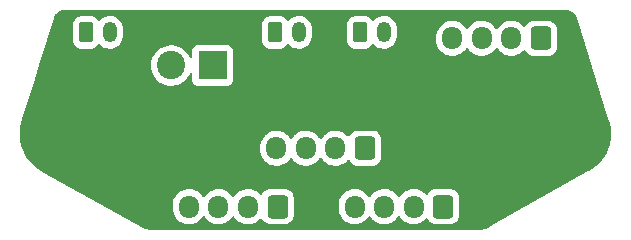
<source format=gbr>
G04 #@! TF.GenerationSoftware,KiCad,Pcbnew,(6.0.11-0)*
G04 #@! TF.CreationDate,2023-05-19T18:36:38+12:00*
G04 #@! TF.ProjectId,head-interface,68656164-2d69-46e7-9465-72666163652e,rev?*
G04 #@! TF.SameCoordinates,PX4c4b400PY3f09b20*
G04 #@! TF.FileFunction,Copper,L1,Top*
G04 #@! TF.FilePolarity,Positive*
%FSLAX46Y46*%
G04 Gerber Fmt 4.6, Leading zero omitted, Abs format (unit mm)*
G04 Created by KiCad (PCBNEW (6.0.11-0)) date 2023-05-19 18:36:38*
%MOMM*%
%LPD*%
G01*
G04 APERTURE LIST*
G04 Aperture macros list*
%AMRoundRect*
0 Rectangle with rounded corners*
0 $1 Rounding radius*
0 $2 $3 $4 $5 $6 $7 $8 $9 X,Y pos of 4 corners*
0 Add a 4 corners polygon primitive as box body*
4,1,4,$2,$3,$4,$5,$6,$7,$8,$9,$2,$3,0*
0 Add four circle primitives for the rounded corners*
1,1,$1+$1,$2,$3*
1,1,$1+$1,$4,$5*
1,1,$1+$1,$6,$7*
1,1,$1+$1,$8,$9*
0 Add four rect primitives between the rounded corners*
20,1,$1+$1,$2,$3,$4,$5,0*
20,1,$1+$1,$4,$5,$6,$7,0*
20,1,$1+$1,$6,$7,$8,$9,0*
20,1,$1+$1,$8,$9,$2,$3,0*%
G04 Aperture macros list end*
G04 #@! TA.AperFunction,ComponentPad*
%ADD10RoundRect,0.250000X0.600000X0.725000X-0.600000X0.725000X-0.600000X-0.725000X0.600000X-0.725000X0*%
G04 #@! TD*
G04 #@! TA.AperFunction,ComponentPad*
%ADD11O,1.700000X1.950000*%
G04 #@! TD*
G04 #@! TA.AperFunction,ComponentPad*
%ADD12RoundRect,0.250000X-0.350000X-0.625000X0.350000X-0.625000X0.350000X0.625000X-0.350000X0.625000X0*%
G04 #@! TD*
G04 #@! TA.AperFunction,ComponentPad*
%ADD13O,1.200000X1.750000*%
G04 #@! TD*
G04 #@! TA.AperFunction,ComponentPad*
%ADD14C,6.000000*%
G04 #@! TD*
G04 #@! TA.AperFunction,ComponentPad*
%ADD15R,2.400000X2.400000*%
G04 #@! TD*
G04 #@! TA.AperFunction,ComponentPad*
%ADD16C,2.400000*%
G04 #@! TD*
G04 #@! TA.AperFunction,ViaPad*
%ADD17C,0.800000*%
G04 #@! TD*
G04 APERTURE END LIST*
D10*
G04 #@! TO.P,J3,1,Pin_1*
G04 #@! TO.N,Net-(J3-Pad1)*
X10825000Y8950000D03*
D11*
G04 #@! TO.P,J3,2,Pin_2*
G04 #@! TO.N,Net-(J3-Pad2)*
X8325000Y8950000D03*
G04 #@! TO.P,J3,3,Pin_3*
G04 #@! TO.N,Net-(J3-Pad3)*
X5825000Y8950000D03*
G04 #@! TO.P,J3,4,Pin_4*
G04 #@! TO.N,Net-(J3-Pad4)*
X3325000Y8950000D03*
G04 #@! TD*
D10*
G04 #@! TO.P,J1,1,Pin_1*
G04 #@! TO.N,Net-(J1-Pad1)*
X-3200000Y8950000D03*
D11*
G04 #@! TO.P,J1,2,Pin_2*
G04 #@! TO.N,Net-(J1-Pad2)*
X-5700000Y8950000D03*
G04 #@! TO.P,J1,3,Pin_3*
G04 #@! TO.N,Net-(J1-Pad3)*
X-8200000Y8950000D03*
G04 #@! TO.P,J1,4,Pin_4*
G04 #@! TO.N,Net-(J1-Pad4)*
X-10700000Y8950000D03*
G04 #@! TD*
D10*
G04 #@! TO.P,J8,1,Pin_1*
G04 #@! TO.N,Net-(J3-Pad1)*
X19100000Y23200000D03*
D11*
G04 #@! TO.P,J8,2,Pin_2*
G04 #@! TO.N,Net-(J3-Pad2)*
X16600000Y23200000D03*
G04 #@! TO.P,J8,3,Pin_3*
G04 #@! TO.N,Net-(J3-Pad3)*
X14100000Y23200000D03*
G04 #@! TO.P,J8,4,Pin_4*
G04 #@! TO.N,Net-(J3-Pad4)*
X11600000Y23200000D03*
G04 #@! TD*
D12*
G04 #@! TO.P,J6,1,Pin_1*
G04 #@! TO.N,Net-(J2-Pad2)*
X3800000Y23700000D03*
D13*
G04 #@! TO.P,J6,2,Pin_2*
G04 #@! TO.N,Net-(J2-Pad1)*
X5800000Y23700000D03*
G04 #@! TD*
D14*
G04 #@! TO.P,H2,1,1*
G04 #@! TO.N,GND*
X22000000Y15100000D03*
G04 #@! TD*
D12*
G04 #@! TO.P,J7,1,Pin_1*
G04 #@! TO.N,Net-(J2-Pad4)*
X-3400000Y23700000D03*
D13*
G04 #@! TO.P,J7,2,Pin_2*
G04 #@! TO.N,Net-(J2-Pad3)*
X-1400000Y23700000D03*
G04 #@! TD*
D15*
G04 #@! TO.P,J5,1,Pin_1*
G04 #@! TO.N,Net-(J1-Pad1)*
X-8700000Y20900000D03*
D16*
G04 #@! TO.P,J5,2,Pin_2*
G04 #@! TO.N,Net-(J1-Pad2)*
X-12200000Y20900000D03*
G04 #@! TD*
D12*
G04 #@! TO.P,J4,1,Pin_1*
G04 #@! TO.N,Net-(J1-Pad4)*
X-19400000Y23700000D03*
D13*
G04 #@! TO.P,J4,2,Pin_2*
G04 #@! TO.N,Net-(J1-Pad3)*
X-17400000Y23700000D03*
G04 #@! TD*
D14*
G04 #@! TO.P,H1,1,1*
G04 #@! TO.N,GND*
X-22000000Y15100000D03*
G04 #@! TD*
D10*
G04 #@! TO.P,J2,1,Pin_1*
G04 #@! TO.N,Net-(J2-Pad1)*
X4200000Y13900000D03*
D11*
G04 #@! TO.P,J2,2,Pin_2*
G04 #@! TO.N,Net-(J2-Pad2)*
X1700000Y13900000D03*
G04 #@! TO.P,J2,3,Pin_3*
G04 #@! TO.N,Net-(J2-Pad3)*
X-800000Y13900000D03*
G04 #@! TO.P,J2,4,Pin_4*
G04 #@! TO.N,Net-(J2-Pad4)*
X-3300000Y13900000D03*
G04 #@! TD*
D17*
G04 #@! TO.N,GND*
X2650000Y11750000D03*
X21250000Y24775000D03*
X-7125000Y16425000D03*
X-14175000Y7650000D03*
X12900000Y10600000D03*
X14125000Y7650000D03*
X-14550000Y24775000D03*
X9775000Y19000000D03*
X-15400000Y19775000D03*
X-16350000Y15000000D03*
X-2525000Y11725000D03*
X-13650000Y18250000D03*
X8425000Y24775000D03*
X-50000Y16700000D03*
X7550000Y16775000D03*
X2450000Y16700000D03*
X-12775000Y10600000D03*
X-25000Y7650000D03*
X-20950000Y24775000D03*
X-6200000Y24775000D03*
X-5375000Y15425000D03*
G04 #@! TD*
G04 #@! TA.AperFunction,Conductor*
G04 #@! TO.N,GND*
G36*
X21269323Y25589929D02*
G01*
X21291869Y25586335D01*
X21300769Y25587466D01*
X21300772Y25587466D01*
X21303847Y25587857D01*
X21331740Y25588288D01*
X21446549Y25577296D01*
X21469251Y25572994D01*
X21601407Y25535114D01*
X21622933Y25526739D01*
X21745936Y25465362D01*
X21765579Y25453192D01*
X21875303Y25370379D01*
X21892388Y25354829D01*
X21985139Y25253369D01*
X21999098Y25234959D01*
X22035428Y25176610D01*
X22071755Y25118264D01*
X22082120Y25097606D01*
X22091834Y25072797D01*
X22113858Y25016550D01*
X22121709Y24996498D01*
X22125715Y24980810D01*
X22126242Y24980955D01*
X22128629Y24972299D01*
X22129765Y24963399D01*
X22133352Y24955176D01*
X22133353Y24955174D01*
X22145093Y24928264D01*
X22149919Y24915303D01*
X24804306Y16381570D01*
X24807597Y16368595D01*
X24813511Y16338692D01*
X24813514Y16338683D01*
X24815255Y16329881D01*
X24823514Y16314009D01*
X24824094Y16312894D01*
X24832731Y16291840D01*
X24927698Y15983546D01*
X24930842Y15971122D01*
X24999665Y15626250D01*
X25001531Y15613561D01*
X25034935Y15263496D01*
X25035502Y15250683D01*
X25034515Y15103483D01*
X25033143Y14899027D01*
X25032404Y14886222D01*
X24996864Y14560085D01*
X24994309Y14536642D01*
X24992273Y14523978D01*
X24918829Y14180061D01*
X24915515Y14167671D01*
X24807493Y13833014D01*
X24802941Y13821032D01*
X24756105Y13714461D01*
X24661454Y13499088D01*
X24655703Y13487624D01*
X24494347Y13203114D01*
X24482214Y13181721D01*
X24475337Y13170917D01*
X24271955Y12884671D01*
X24271654Y12884247D01*
X24263703Y12874183D01*
X24031921Y12609695D01*
X24022987Y12600492D01*
X23970670Y12551815D01*
X23765529Y12360948D01*
X23755722Y12352714D01*
X23534573Y12185457D01*
X23475236Y12140580D01*
X23464626Y12133374D01*
X23195159Y11969757D01*
X23171819Y11958684D01*
X23161609Y11955069D01*
X23132060Y11933759D01*
X23119780Y11925941D01*
X15125115Y7463802D01*
X14588695Y7164405D01*
X14573837Y7157342D01*
X14544446Y7145657D01*
X14537373Y7140135D01*
X14537370Y7140133D01*
X14532391Y7136246D01*
X14510892Y7122711D01*
X14428261Y7081679D01*
X14411493Y7074807D01*
X14299796Y7038169D01*
X14282215Y7033774D01*
X14166423Y7013539D01*
X14148396Y7011711D01*
X14063270Y7009237D01*
X14045871Y7010705D01*
X14037114Y7011188D01*
X14028309Y7012949D01*
X14019366Y7012168D01*
X14019364Y7012168D01*
X13982841Y7008978D01*
X13971878Y7008500D01*
X-13954787Y7008500D01*
X-13972537Y7009756D01*
X-13991581Y7012466D01*
X-13991583Y7012466D01*
X-14000466Y7013730D01*
X-14016892Y7011363D01*
X-14041329Y7010240D01*
X-14124628Y7014526D01*
X-14141098Y7015373D01*
X-14157237Y7017253D01*
X-14281638Y7039948D01*
X-14297403Y7043889D01*
X-14402937Y7077637D01*
X-14417851Y7082406D01*
X-14432976Y7088343D01*
X-14516904Y7127707D01*
X-14537263Y7140135D01*
X-14539734Y7141534D01*
X-14546837Y7147019D01*
X-14574689Y7157920D01*
X-14590173Y7165230D01*
X-17460208Y8767110D01*
X-12058500Y8767110D01*
X-12043920Y8595280D01*
X-12042582Y8590125D01*
X-12042581Y8590119D01*
X-11987343Y8377297D01*
X-11986001Y8372128D01*
X-11891312Y8161925D01*
X-11762559Y7970681D01*
X-11758880Y7966824D01*
X-11758878Y7966822D01*
X-11697290Y7902262D01*
X-11603424Y7803865D01*
X-11418458Y7666246D01*
X-11413707Y7663830D01*
X-11413703Y7663828D01*
X-11350519Y7631704D01*
X-11212949Y7561760D01*
X-11207855Y7560178D01*
X-11207852Y7560177D01*
X-11007980Y7498115D01*
X-10992773Y7493393D01*
X-10987484Y7492692D01*
X-10769511Y7463802D01*
X-10769506Y7463802D01*
X-10764226Y7463102D01*
X-10758897Y7463302D01*
X-10758895Y7463302D01*
X-10649034Y7467426D01*
X-10533842Y7471751D01*
X-10511198Y7476502D01*
X-10313428Y7517998D01*
X-10308209Y7519093D01*
X-10303250Y7521051D01*
X-10303248Y7521052D01*
X-10098744Y7601815D01*
X-10098742Y7601816D01*
X-10093779Y7603776D01*
X-10057657Y7625695D01*
X-9901243Y7720610D01*
X-9901244Y7720610D01*
X-9896683Y7723377D01*
X-9856866Y7757928D01*
X-9726588Y7870977D01*
X-9726586Y7870979D01*
X-9722555Y7874477D01*
X-9658952Y7952046D01*
X-9579760Y8048627D01*
X-9579756Y8048633D01*
X-9576376Y8052755D01*
X-9558448Y8084250D01*
X-9507368Y8133555D01*
X-9437738Y8147417D01*
X-9371667Y8121434D01*
X-9344427Y8092284D01*
X-9262559Y7970681D01*
X-9258880Y7966824D01*
X-9258878Y7966822D01*
X-9197290Y7902262D01*
X-9103424Y7803865D01*
X-8918458Y7666246D01*
X-8913707Y7663830D01*
X-8913703Y7663828D01*
X-8850519Y7631704D01*
X-8712949Y7561760D01*
X-8707855Y7560178D01*
X-8707852Y7560177D01*
X-8507980Y7498115D01*
X-8492773Y7493393D01*
X-8487484Y7492692D01*
X-8269511Y7463802D01*
X-8269506Y7463802D01*
X-8264226Y7463102D01*
X-8258897Y7463302D01*
X-8258895Y7463302D01*
X-8149034Y7467426D01*
X-8033842Y7471751D01*
X-8011198Y7476502D01*
X-7813428Y7517998D01*
X-7808209Y7519093D01*
X-7803250Y7521051D01*
X-7803248Y7521052D01*
X-7598744Y7601815D01*
X-7598742Y7601816D01*
X-7593779Y7603776D01*
X-7557657Y7625695D01*
X-7401243Y7720610D01*
X-7401244Y7720610D01*
X-7396683Y7723377D01*
X-7356866Y7757928D01*
X-7226588Y7870977D01*
X-7226586Y7870979D01*
X-7222555Y7874477D01*
X-7158952Y7952046D01*
X-7079760Y8048627D01*
X-7079756Y8048633D01*
X-7076376Y8052755D01*
X-7058448Y8084250D01*
X-7007368Y8133555D01*
X-6937738Y8147417D01*
X-6871667Y8121434D01*
X-6844427Y8092284D01*
X-6762559Y7970681D01*
X-6758880Y7966824D01*
X-6758878Y7966822D01*
X-6697290Y7902262D01*
X-6603424Y7803865D01*
X-6418458Y7666246D01*
X-6413707Y7663830D01*
X-6413703Y7663828D01*
X-6350519Y7631704D01*
X-6212949Y7561760D01*
X-6207855Y7560178D01*
X-6207852Y7560177D01*
X-6007980Y7498115D01*
X-5992773Y7493393D01*
X-5987484Y7492692D01*
X-5769511Y7463802D01*
X-5769506Y7463802D01*
X-5764226Y7463102D01*
X-5758897Y7463302D01*
X-5758895Y7463302D01*
X-5649034Y7467426D01*
X-5533842Y7471751D01*
X-5511198Y7476502D01*
X-5313428Y7517998D01*
X-5308209Y7519093D01*
X-5303250Y7521051D01*
X-5303248Y7521052D01*
X-5098744Y7601815D01*
X-5098742Y7601816D01*
X-5093779Y7603776D01*
X-5057657Y7625695D01*
X-4901243Y7720610D01*
X-4901244Y7720610D01*
X-4896683Y7723377D01*
X-4856866Y7757928D01*
X-4726588Y7870977D01*
X-4726586Y7870979D01*
X-4722555Y7874477D01*
X-4693330Y7910120D01*
X-4634671Y7950114D01*
X-4563701Y7952046D01*
X-4502952Y7915302D01*
X-4488752Y7896532D01*
X-4477660Y7878608D01*
X-4398478Y7750652D01*
X-4273303Y7625695D01*
X-4267073Y7621855D01*
X-4267072Y7621854D01*
X-4129910Y7537306D01*
X-4122738Y7532885D01*
X-4087062Y7521052D01*
X-3961389Y7479368D01*
X-3961387Y7479368D01*
X-3954861Y7477203D01*
X-3948025Y7476503D01*
X-3948022Y7476502D01*
X-3912337Y7472846D01*
X-3850400Y7466500D01*
X-2549600Y7466500D01*
X-2546354Y7466837D01*
X-2546350Y7466837D01*
X-2450692Y7476762D01*
X-2450688Y7476763D01*
X-2443834Y7477474D01*
X-2437298Y7479655D01*
X-2437296Y7479655D01*
X-2305194Y7523728D01*
X-2276054Y7533450D01*
X-2125652Y7626522D01*
X-2000695Y7751697D01*
X-1968538Y7803865D01*
X-1911725Y7896032D01*
X-1911724Y7896034D01*
X-1907885Y7902262D01*
X-1857969Y8052755D01*
X-1854368Y8063611D01*
X-1854368Y8063613D01*
X-1852203Y8070139D01*
X-1841500Y8174600D01*
X-1841500Y8767110D01*
X1966500Y8767110D01*
X1981080Y8595280D01*
X1982418Y8590125D01*
X1982419Y8590119D01*
X2037657Y8377297D01*
X2038999Y8372128D01*
X2133688Y8161925D01*
X2262441Y7970681D01*
X2266120Y7966824D01*
X2266122Y7966822D01*
X2327710Y7902262D01*
X2421576Y7803865D01*
X2606542Y7666246D01*
X2611293Y7663830D01*
X2611297Y7663828D01*
X2674481Y7631704D01*
X2812051Y7561760D01*
X2817145Y7560178D01*
X2817148Y7560177D01*
X3017020Y7498115D01*
X3032227Y7493393D01*
X3037516Y7492692D01*
X3255489Y7463802D01*
X3255494Y7463802D01*
X3260774Y7463102D01*
X3266103Y7463302D01*
X3266105Y7463302D01*
X3375966Y7467426D01*
X3491158Y7471751D01*
X3513802Y7476502D01*
X3711572Y7517998D01*
X3716791Y7519093D01*
X3721750Y7521051D01*
X3721752Y7521052D01*
X3926256Y7601815D01*
X3926258Y7601816D01*
X3931221Y7603776D01*
X3967343Y7625695D01*
X4123757Y7720610D01*
X4123756Y7720610D01*
X4128317Y7723377D01*
X4168134Y7757928D01*
X4298412Y7870977D01*
X4298414Y7870979D01*
X4302445Y7874477D01*
X4366048Y7952046D01*
X4445240Y8048627D01*
X4445244Y8048633D01*
X4448624Y8052755D01*
X4466552Y8084250D01*
X4517632Y8133555D01*
X4587262Y8147417D01*
X4653333Y8121434D01*
X4680573Y8092284D01*
X4762441Y7970681D01*
X4766120Y7966824D01*
X4766122Y7966822D01*
X4827710Y7902262D01*
X4921576Y7803865D01*
X5106542Y7666246D01*
X5111293Y7663830D01*
X5111297Y7663828D01*
X5174481Y7631704D01*
X5312051Y7561760D01*
X5317145Y7560178D01*
X5317148Y7560177D01*
X5517020Y7498115D01*
X5532227Y7493393D01*
X5537516Y7492692D01*
X5755489Y7463802D01*
X5755494Y7463802D01*
X5760774Y7463102D01*
X5766103Y7463302D01*
X5766105Y7463302D01*
X5875966Y7467426D01*
X5991158Y7471751D01*
X6013802Y7476502D01*
X6211572Y7517998D01*
X6216791Y7519093D01*
X6221750Y7521051D01*
X6221752Y7521052D01*
X6426256Y7601815D01*
X6426258Y7601816D01*
X6431221Y7603776D01*
X6467343Y7625695D01*
X6623757Y7720610D01*
X6623756Y7720610D01*
X6628317Y7723377D01*
X6668134Y7757928D01*
X6798412Y7870977D01*
X6798414Y7870979D01*
X6802445Y7874477D01*
X6866048Y7952046D01*
X6945240Y8048627D01*
X6945244Y8048633D01*
X6948624Y8052755D01*
X6966552Y8084250D01*
X7017632Y8133555D01*
X7087262Y8147417D01*
X7153333Y8121434D01*
X7180573Y8092284D01*
X7262441Y7970681D01*
X7266120Y7966824D01*
X7266122Y7966822D01*
X7327710Y7902262D01*
X7421576Y7803865D01*
X7606542Y7666246D01*
X7611293Y7663830D01*
X7611297Y7663828D01*
X7674481Y7631704D01*
X7812051Y7561760D01*
X7817145Y7560178D01*
X7817148Y7560177D01*
X8017020Y7498115D01*
X8032227Y7493393D01*
X8037516Y7492692D01*
X8255489Y7463802D01*
X8255494Y7463802D01*
X8260774Y7463102D01*
X8266103Y7463302D01*
X8266105Y7463302D01*
X8375966Y7467426D01*
X8491158Y7471751D01*
X8513802Y7476502D01*
X8711572Y7517998D01*
X8716791Y7519093D01*
X8721750Y7521051D01*
X8721752Y7521052D01*
X8926256Y7601815D01*
X8926258Y7601816D01*
X8931221Y7603776D01*
X8967343Y7625695D01*
X9123757Y7720610D01*
X9123756Y7720610D01*
X9128317Y7723377D01*
X9168134Y7757928D01*
X9298412Y7870977D01*
X9298414Y7870979D01*
X9302445Y7874477D01*
X9331670Y7910120D01*
X9390329Y7950114D01*
X9461299Y7952046D01*
X9522048Y7915302D01*
X9536248Y7896532D01*
X9547340Y7878608D01*
X9626522Y7750652D01*
X9751697Y7625695D01*
X9757927Y7621855D01*
X9757928Y7621854D01*
X9895090Y7537306D01*
X9902262Y7532885D01*
X9937938Y7521052D01*
X10063611Y7479368D01*
X10063613Y7479368D01*
X10070139Y7477203D01*
X10076975Y7476503D01*
X10076978Y7476502D01*
X10112663Y7472846D01*
X10174600Y7466500D01*
X11475400Y7466500D01*
X11478646Y7466837D01*
X11478650Y7466837D01*
X11574308Y7476762D01*
X11574312Y7476763D01*
X11581166Y7477474D01*
X11587702Y7479655D01*
X11587704Y7479655D01*
X11719806Y7523728D01*
X11748946Y7533450D01*
X11899348Y7626522D01*
X12024305Y7751697D01*
X12056462Y7803865D01*
X12113275Y7896032D01*
X12113276Y7896034D01*
X12117115Y7902262D01*
X12167031Y8052755D01*
X12170632Y8063611D01*
X12170632Y8063613D01*
X12172797Y8070139D01*
X12183500Y8174600D01*
X12183500Y9725400D01*
X12180680Y9752583D01*
X12173238Y9824308D01*
X12173237Y9824312D01*
X12172526Y9831166D01*
X12168710Y9842606D01*
X12118868Y9991998D01*
X12116550Y9998946D01*
X12023478Y10149348D01*
X11898303Y10274305D01*
X11892072Y10278146D01*
X11753968Y10363275D01*
X11753966Y10363276D01*
X11747738Y10367115D01*
X11667995Y10393564D01*
X11586389Y10420632D01*
X11586387Y10420632D01*
X11579861Y10422797D01*
X11573025Y10423497D01*
X11573022Y10423498D01*
X11529969Y10427909D01*
X11475400Y10433500D01*
X10174600Y10433500D01*
X10171354Y10433163D01*
X10171350Y10433163D01*
X10075692Y10423238D01*
X10075688Y10423237D01*
X10068834Y10422526D01*
X10062298Y10420345D01*
X10062296Y10420345D01*
X10023220Y10407308D01*
X9901054Y10366550D01*
X9750652Y10273478D01*
X9625695Y10148303D01*
X9552170Y10029023D01*
X9535920Y10002661D01*
X9483148Y9955168D01*
X9413076Y9943744D01*
X9347952Y9972018D01*
X9337490Y9981805D01*
X9232103Y10092278D01*
X9228424Y10096135D01*
X9043458Y10233754D01*
X9038707Y10236170D01*
X9038703Y10236172D01*
X8916731Y10298185D01*
X8837949Y10338240D01*
X8832855Y10339822D01*
X8832852Y10339823D01*
X8622871Y10405024D01*
X8617773Y10406607D01*
X8612484Y10407308D01*
X8394511Y10436198D01*
X8394506Y10436198D01*
X8389226Y10436898D01*
X8383897Y10436698D01*
X8383895Y10436698D01*
X8274034Y10432573D01*
X8158842Y10428249D01*
X8153623Y10427154D01*
X8131566Y10422526D01*
X7933209Y10380907D01*
X7928250Y10378949D01*
X7928248Y10378948D01*
X7723744Y10298185D01*
X7723742Y10298184D01*
X7718779Y10296224D01*
X7714220Y10293457D01*
X7714217Y10293456D01*
X7615832Y10233754D01*
X7521683Y10176623D01*
X7517653Y10173126D01*
X7424484Y10092278D01*
X7347555Y10025523D01*
X7328809Y10002661D01*
X7204760Y9851373D01*
X7204756Y9851367D01*
X7201376Y9847245D01*
X7183448Y9815750D01*
X7132368Y9766445D01*
X7062738Y9752583D01*
X6996667Y9778566D01*
X6969427Y9807716D01*
X6890539Y9924892D01*
X6887559Y9929319D01*
X6728424Y10096135D01*
X6543458Y10233754D01*
X6538707Y10236170D01*
X6538703Y10236172D01*
X6416731Y10298185D01*
X6337949Y10338240D01*
X6332855Y10339822D01*
X6332852Y10339823D01*
X6122871Y10405024D01*
X6117773Y10406607D01*
X6112484Y10407308D01*
X5894511Y10436198D01*
X5894506Y10436198D01*
X5889226Y10436898D01*
X5883897Y10436698D01*
X5883895Y10436698D01*
X5774034Y10432573D01*
X5658842Y10428249D01*
X5653623Y10427154D01*
X5631566Y10422526D01*
X5433209Y10380907D01*
X5428250Y10378949D01*
X5428248Y10378948D01*
X5223744Y10298185D01*
X5223742Y10298184D01*
X5218779Y10296224D01*
X5214220Y10293457D01*
X5214217Y10293456D01*
X5115832Y10233754D01*
X5021683Y10176623D01*
X5017653Y10173126D01*
X4924484Y10092278D01*
X4847555Y10025523D01*
X4828809Y10002661D01*
X4704760Y9851373D01*
X4704756Y9851367D01*
X4701376Y9847245D01*
X4683448Y9815750D01*
X4632368Y9766445D01*
X4562738Y9752583D01*
X4496667Y9778566D01*
X4469427Y9807716D01*
X4390539Y9924892D01*
X4387559Y9929319D01*
X4228424Y10096135D01*
X4043458Y10233754D01*
X4038707Y10236170D01*
X4038703Y10236172D01*
X3916731Y10298185D01*
X3837949Y10338240D01*
X3832855Y10339822D01*
X3832852Y10339823D01*
X3622871Y10405024D01*
X3617773Y10406607D01*
X3612484Y10407308D01*
X3394511Y10436198D01*
X3394506Y10436198D01*
X3389226Y10436898D01*
X3383897Y10436698D01*
X3383895Y10436698D01*
X3274034Y10432573D01*
X3158842Y10428249D01*
X3153623Y10427154D01*
X3131566Y10422526D01*
X2933209Y10380907D01*
X2928250Y10378949D01*
X2928248Y10378948D01*
X2723744Y10298185D01*
X2723742Y10298184D01*
X2718779Y10296224D01*
X2714220Y10293457D01*
X2714217Y10293456D01*
X2615832Y10233754D01*
X2521683Y10176623D01*
X2517653Y10173126D01*
X2424484Y10092278D01*
X2347555Y10025523D01*
X2328809Y10002661D01*
X2204760Y9851373D01*
X2204756Y9851367D01*
X2201376Y9847245D01*
X2198738Y9842610D01*
X2198735Y9842606D01*
X2155382Y9766445D01*
X2087325Y9646886D01*
X2008663Y9430175D01*
X2007714Y9424926D01*
X2007713Y9424923D01*
X1968377Y9207392D01*
X1968376Y9207385D01*
X1967639Y9203308D01*
X1966500Y9179156D01*
X1966500Y8767110D01*
X-1841500Y8767110D01*
X-1841500Y9725400D01*
X-1844320Y9752583D01*
X-1851762Y9824308D01*
X-1851763Y9824312D01*
X-1852474Y9831166D01*
X-1856290Y9842606D01*
X-1906132Y9991998D01*
X-1908450Y9998946D01*
X-2001522Y10149348D01*
X-2126697Y10274305D01*
X-2132928Y10278146D01*
X-2271032Y10363275D01*
X-2271034Y10363276D01*
X-2277262Y10367115D01*
X-2357005Y10393564D01*
X-2438611Y10420632D01*
X-2438613Y10420632D01*
X-2445139Y10422797D01*
X-2451975Y10423497D01*
X-2451978Y10423498D01*
X-2495031Y10427909D01*
X-2549600Y10433500D01*
X-3850400Y10433500D01*
X-3853646Y10433163D01*
X-3853650Y10433163D01*
X-3949308Y10423238D01*
X-3949312Y10423237D01*
X-3956166Y10422526D01*
X-3962702Y10420345D01*
X-3962704Y10420345D01*
X-4001780Y10407308D01*
X-4123946Y10366550D01*
X-4274348Y10273478D01*
X-4399305Y10148303D01*
X-4472830Y10029023D01*
X-4489080Y10002661D01*
X-4541852Y9955168D01*
X-4611924Y9943744D01*
X-4677048Y9972018D01*
X-4687510Y9981805D01*
X-4792897Y10092278D01*
X-4796576Y10096135D01*
X-4981542Y10233754D01*
X-4986293Y10236170D01*
X-4986297Y10236172D01*
X-5108269Y10298185D01*
X-5187051Y10338240D01*
X-5192145Y10339822D01*
X-5192148Y10339823D01*
X-5402129Y10405024D01*
X-5407227Y10406607D01*
X-5412516Y10407308D01*
X-5630489Y10436198D01*
X-5630494Y10436198D01*
X-5635774Y10436898D01*
X-5641103Y10436698D01*
X-5641105Y10436698D01*
X-5750966Y10432573D01*
X-5866158Y10428249D01*
X-5871377Y10427154D01*
X-5893434Y10422526D01*
X-6091791Y10380907D01*
X-6096750Y10378949D01*
X-6096752Y10378948D01*
X-6301256Y10298185D01*
X-6301258Y10298184D01*
X-6306221Y10296224D01*
X-6310780Y10293457D01*
X-6310783Y10293456D01*
X-6409168Y10233754D01*
X-6503317Y10176623D01*
X-6507347Y10173126D01*
X-6600516Y10092278D01*
X-6677445Y10025523D01*
X-6696191Y10002661D01*
X-6820240Y9851373D01*
X-6820244Y9851367D01*
X-6823624Y9847245D01*
X-6841552Y9815750D01*
X-6892632Y9766445D01*
X-6962262Y9752583D01*
X-7028333Y9778566D01*
X-7055573Y9807716D01*
X-7134461Y9924892D01*
X-7137441Y9929319D01*
X-7296576Y10096135D01*
X-7481542Y10233754D01*
X-7486293Y10236170D01*
X-7486297Y10236172D01*
X-7608269Y10298185D01*
X-7687051Y10338240D01*
X-7692145Y10339822D01*
X-7692148Y10339823D01*
X-7902129Y10405024D01*
X-7907227Y10406607D01*
X-7912516Y10407308D01*
X-8130489Y10436198D01*
X-8130494Y10436198D01*
X-8135774Y10436898D01*
X-8141103Y10436698D01*
X-8141105Y10436698D01*
X-8250966Y10432573D01*
X-8366158Y10428249D01*
X-8371377Y10427154D01*
X-8393434Y10422526D01*
X-8591791Y10380907D01*
X-8596750Y10378949D01*
X-8596752Y10378948D01*
X-8801256Y10298185D01*
X-8801258Y10298184D01*
X-8806221Y10296224D01*
X-8810780Y10293457D01*
X-8810783Y10293456D01*
X-8909168Y10233754D01*
X-9003317Y10176623D01*
X-9007347Y10173126D01*
X-9100516Y10092278D01*
X-9177445Y10025523D01*
X-9196191Y10002661D01*
X-9320240Y9851373D01*
X-9320244Y9851367D01*
X-9323624Y9847245D01*
X-9341552Y9815750D01*
X-9392632Y9766445D01*
X-9462262Y9752583D01*
X-9528333Y9778566D01*
X-9555573Y9807716D01*
X-9634461Y9924892D01*
X-9637441Y9929319D01*
X-9796576Y10096135D01*
X-9981542Y10233754D01*
X-9986293Y10236170D01*
X-9986297Y10236172D01*
X-10108269Y10298185D01*
X-10187051Y10338240D01*
X-10192145Y10339822D01*
X-10192148Y10339823D01*
X-10402129Y10405024D01*
X-10407227Y10406607D01*
X-10412516Y10407308D01*
X-10630489Y10436198D01*
X-10630494Y10436198D01*
X-10635774Y10436898D01*
X-10641103Y10436698D01*
X-10641105Y10436698D01*
X-10750966Y10432573D01*
X-10866158Y10428249D01*
X-10871377Y10427154D01*
X-10893434Y10422526D01*
X-11091791Y10380907D01*
X-11096750Y10378949D01*
X-11096752Y10378948D01*
X-11301256Y10298185D01*
X-11301258Y10298184D01*
X-11306221Y10296224D01*
X-11310780Y10293457D01*
X-11310783Y10293456D01*
X-11409168Y10233754D01*
X-11503317Y10176623D01*
X-11507347Y10173126D01*
X-11600516Y10092278D01*
X-11677445Y10025523D01*
X-11696191Y10002661D01*
X-11820240Y9851373D01*
X-11820244Y9851367D01*
X-11823624Y9847245D01*
X-11826262Y9842610D01*
X-11826265Y9842606D01*
X-11869618Y9766445D01*
X-11937675Y9646886D01*
X-12016337Y9430175D01*
X-12017286Y9424926D01*
X-12017287Y9424923D01*
X-12056623Y9207392D01*
X-12056624Y9207385D01*
X-12057361Y9203308D01*
X-12058500Y9179156D01*
X-12058500Y8767110D01*
X-17460208Y8767110D01*
X-23109821Y11920382D01*
X-23125747Y11930929D01*
X-23129396Y11933766D01*
X-23145376Y11946189D01*
X-23163342Y11953289D01*
X-23183575Y11963475D01*
X-23457247Y12133701D01*
X-23467611Y12140891D01*
X-23746060Y12355497D01*
X-23755656Y12363691D01*
X-24011233Y12605061D01*
X-24019961Y12614173D01*
X-24199084Y12820977D01*
X-24250118Y12879898D01*
X-24257888Y12889833D01*
X-24266489Y12902046D01*
X-24460314Y13177247D01*
X-24467054Y13187914D01*
X-24622754Y13464046D01*
X-24639720Y13494135D01*
X-24645356Y13505416D01*
X-24660572Y13540119D01*
X-24738180Y13717110D01*
X-4658500Y13717110D01*
X-4643920Y13545280D01*
X-4642582Y13540125D01*
X-4642581Y13540119D01*
X-4624465Y13470323D01*
X-4586001Y13322128D01*
X-4491312Y13111925D01*
X-4362559Y12920681D01*
X-4358880Y12916824D01*
X-4358878Y12916822D01*
X-4297290Y12852262D01*
X-4203424Y12753865D01*
X-4018458Y12616246D01*
X-4013707Y12613830D01*
X-4013703Y12613828D01*
X-3950519Y12581704D01*
X-3812949Y12511760D01*
X-3807855Y12510178D01*
X-3807852Y12510177D01*
X-3607980Y12448115D01*
X-3592773Y12443393D01*
X-3587484Y12442692D01*
X-3369511Y12413802D01*
X-3369506Y12413802D01*
X-3364226Y12413102D01*
X-3358897Y12413302D01*
X-3358895Y12413302D01*
X-3249034Y12417426D01*
X-3133842Y12421751D01*
X-3111198Y12426502D01*
X-2913428Y12467998D01*
X-2908209Y12469093D01*
X-2903250Y12471051D01*
X-2903248Y12471052D01*
X-2698744Y12551815D01*
X-2698742Y12551816D01*
X-2693779Y12553776D01*
X-2657657Y12575695D01*
X-2501243Y12670610D01*
X-2501244Y12670610D01*
X-2496683Y12673377D01*
X-2424289Y12736197D01*
X-2326588Y12820977D01*
X-2326586Y12820979D01*
X-2322555Y12824477D01*
X-2258952Y12902046D01*
X-2179760Y12998627D01*
X-2179756Y12998633D01*
X-2176376Y13002755D01*
X-2158448Y13034250D01*
X-2107368Y13083555D01*
X-2037738Y13097417D01*
X-1971667Y13071434D01*
X-1944427Y13042284D01*
X-1862559Y12920681D01*
X-1858880Y12916824D01*
X-1858878Y12916822D01*
X-1797290Y12852262D01*
X-1703424Y12753865D01*
X-1518458Y12616246D01*
X-1513707Y12613830D01*
X-1513703Y12613828D01*
X-1450519Y12581704D01*
X-1312949Y12511760D01*
X-1307855Y12510178D01*
X-1307852Y12510177D01*
X-1107980Y12448115D01*
X-1092773Y12443393D01*
X-1087484Y12442692D01*
X-869511Y12413802D01*
X-869506Y12413802D01*
X-864226Y12413102D01*
X-858897Y12413302D01*
X-858895Y12413302D01*
X-749034Y12417426D01*
X-633842Y12421751D01*
X-611198Y12426502D01*
X-413428Y12467998D01*
X-408209Y12469093D01*
X-403250Y12471051D01*
X-403248Y12471052D01*
X-198744Y12551815D01*
X-198742Y12551816D01*
X-193779Y12553776D01*
X-157657Y12575695D01*
X-1243Y12670610D01*
X-1244Y12670610D01*
X3317Y12673377D01*
X75711Y12736197D01*
X173412Y12820977D01*
X173414Y12820979D01*
X177445Y12824477D01*
X241048Y12902046D01*
X320240Y12998627D01*
X320244Y12998633D01*
X323624Y13002755D01*
X341552Y13034250D01*
X392632Y13083555D01*
X462262Y13097417D01*
X528333Y13071434D01*
X555573Y13042284D01*
X637441Y12920681D01*
X641120Y12916824D01*
X641122Y12916822D01*
X702710Y12852262D01*
X796576Y12753865D01*
X981542Y12616246D01*
X986293Y12613830D01*
X986297Y12613828D01*
X1049481Y12581704D01*
X1187051Y12511760D01*
X1192145Y12510178D01*
X1192148Y12510177D01*
X1392020Y12448115D01*
X1407227Y12443393D01*
X1412516Y12442692D01*
X1630489Y12413802D01*
X1630494Y12413802D01*
X1635774Y12413102D01*
X1641103Y12413302D01*
X1641105Y12413302D01*
X1750966Y12417426D01*
X1866158Y12421751D01*
X1888802Y12426502D01*
X2086572Y12467998D01*
X2091791Y12469093D01*
X2096750Y12471051D01*
X2096752Y12471052D01*
X2301256Y12551815D01*
X2301258Y12551816D01*
X2306221Y12553776D01*
X2342343Y12575695D01*
X2498757Y12670610D01*
X2498756Y12670610D01*
X2503317Y12673377D01*
X2575711Y12736197D01*
X2673412Y12820977D01*
X2673414Y12820979D01*
X2677445Y12824477D01*
X2706670Y12860120D01*
X2765329Y12900114D01*
X2836299Y12902046D01*
X2897048Y12865302D01*
X2911248Y12846532D01*
X2922340Y12828608D01*
X3001522Y12700652D01*
X3126697Y12575695D01*
X3132927Y12571855D01*
X3132928Y12571854D01*
X3270090Y12487306D01*
X3277262Y12482885D01*
X3312938Y12471052D01*
X3438611Y12429368D01*
X3438613Y12429368D01*
X3445139Y12427203D01*
X3451975Y12426503D01*
X3451978Y12426502D01*
X3487663Y12422846D01*
X3549600Y12416500D01*
X4850400Y12416500D01*
X4853646Y12416837D01*
X4853650Y12416837D01*
X4949308Y12426762D01*
X4949312Y12426763D01*
X4956166Y12427474D01*
X4962702Y12429655D01*
X4962704Y12429655D01*
X5094806Y12473728D01*
X5123946Y12483450D01*
X5274348Y12576522D01*
X5399305Y12701697D01*
X5431462Y12753865D01*
X5488275Y12846032D01*
X5488276Y12846034D01*
X5492115Y12852262D01*
X5542031Y13002755D01*
X5545632Y13013611D01*
X5545632Y13013613D01*
X5547797Y13020139D01*
X5558500Y13124600D01*
X5558500Y14675400D01*
X5555680Y14702583D01*
X5548238Y14774308D01*
X5548237Y14774312D01*
X5547526Y14781166D01*
X5543710Y14792606D01*
X5493868Y14941998D01*
X5491550Y14948946D01*
X5398478Y15099348D01*
X5273303Y15224305D01*
X5267072Y15228146D01*
X5128968Y15313275D01*
X5128966Y15313276D01*
X5122738Y15317115D01*
X5042995Y15343564D01*
X4961389Y15370632D01*
X4961387Y15370632D01*
X4954861Y15372797D01*
X4948025Y15373497D01*
X4948022Y15373498D01*
X4904969Y15377909D01*
X4850400Y15383500D01*
X3549600Y15383500D01*
X3546354Y15383163D01*
X3546350Y15383163D01*
X3450692Y15373238D01*
X3450688Y15373237D01*
X3443834Y15372526D01*
X3437298Y15370345D01*
X3437296Y15370345D01*
X3398220Y15357308D01*
X3276054Y15316550D01*
X3125652Y15223478D01*
X3000695Y15098303D01*
X2927170Y14979023D01*
X2910920Y14952661D01*
X2858148Y14905168D01*
X2788076Y14893744D01*
X2722952Y14922018D01*
X2712490Y14931805D01*
X2607103Y15042278D01*
X2603424Y15046135D01*
X2418458Y15183754D01*
X2413707Y15186170D01*
X2413703Y15186172D01*
X2274191Y15257103D01*
X2212949Y15288240D01*
X2207855Y15289822D01*
X2207852Y15289823D01*
X1997871Y15355024D01*
X1992773Y15356607D01*
X1987484Y15357308D01*
X1769511Y15386198D01*
X1769506Y15386198D01*
X1764226Y15386898D01*
X1758897Y15386698D01*
X1758895Y15386698D01*
X1649034Y15382574D01*
X1533842Y15378249D01*
X1528623Y15377154D01*
X1506566Y15372526D01*
X1308209Y15330907D01*
X1303250Y15328949D01*
X1303248Y15328948D01*
X1098744Y15248185D01*
X1098742Y15248184D01*
X1093779Y15246224D01*
X1089220Y15243457D01*
X1089217Y15243456D01*
X990832Y15183754D01*
X896683Y15126623D01*
X892653Y15123126D01*
X799484Y15042278D01*
X722555Y14975523D01*
X703809Y14952661D01*
X579760Y14801373D01*
X579756Y14801367D01*
X576376Y14797245D01*
X558448Y14765750D01*
X507368Y14716445D01*
X437738Y14702583D01*
X371667Y14728566D01*
X344427Y14757716D01*
X265539Y14874892D01*
X262559Y14879319D01*
X243759Y14899027D01*
X107103Y15042278D01*
X103424Y15046135D01*
X-81542Y15183754D01*
X-86293Y15186170D01*
X-86297Y15186172D01*
X-225809Y15257103D01*
X-287051Y15288240D01*
X-292145Y15289822D01*
X-292148Y15289823D01*
X-502129Y15355024D01*
X-507227Y15356607D01*
X-512516Y15357308D01*
X-730489Y15386198D01*
X-730494Y15386198D01*
X-735774Y15386898D01*
X-741103Y15386698D01*
X-741105Y15386698D01*
X-850966Y15382574D01*
X-966158Y15378249D01*
X-971377Y15377154D01*
X-993434Y15372526D01*
X-1191791Y15330907D01*
X-1196750Y15328949D01*
X-1196752Y15328948D01*
X-1401256Y15248185D01*
X-1401258Y15248184D01*
X-1406221Y15246224D01*
X-1410780Y15243457D01*
X-1410783Y15243456D01*
X-1509168Y15183754D01*
X-1603317Y15126623D01*
X-1607347Y15123126D01*
X-1700516Y15042278D01*
X-1777445Y14975523D01*
X-1796191Y14952661D01*
X-1920240Y14801373D01*
X-1920244Y14801367D01*
X-1923624Y14797245D01*
X-1941552Y14765750D01*
X-1992632Y14716445D01*
X-2062262Y14702583D01*
X-2128333Y14728566D01*
X-2155573Y14757716D01*
X-2234461Y14874892D01*
X-2237441Y14879319D01*
X-2256241Y14899027D01*
X-2392897Y15042278D01*
X-2396576Y15046135D01*
X-2581542Y15183754D01*
X-2586293Y15186170D01*
X-2586297Y15186172D01*
X-2725809Y15257103D01*
X-2787051Y15288240D01*
X-2792145Y15289822D01*
X-2792148Y15289823D01*
X-3002129Y15355024D01*
X-3007227Y15356607D01*
X-3012516Y15357308D01*
X-3230489Y15386198D01*
X-3230494Y15386198D01*
X-3235774Y15386898D01*
X-3241103Y15386698D01*
X-3241105Y15386698D01*
X-3350966Y15382574D01*
X-3466158Y15378249D01*
X-3471377Y15377154D01*
X-3493434Y15372526D01*
X-3691791Y15330907D01*
X-3696750Y15328949D01*
X-3696752Y15328948D01*
X-3901256Y15248185D01*
X-3901258Y15248184D01*
X-3906221Y15246224D01*
X-3910780Y15243457D01*
X-3910783Y15243456D01*
X-4009168Y15183754D01*
X-4103317Y15126623D01*
X-4107347Y15123126D01*
X-4200516Y15042278D01*
X-4277445Y14975523D01*
X-4296191Y14952661D01*
X-4420240Y14801373D01*
X-4420244Y14801367D01*
X-4423624Y14797245D01*
X-4426262Y14792610D01*
X-4426265Y14792606D01*
X-4469618Y14716445D01*
X-4537675Y14596886D01*
X-4616337Y14380175D01*
X-4617286Y14374926D01*
X-4617287Y14374923D01*
X-4656623Y14157392D01*
X-4656624Y14157385D01*
X-4657361Y14153308D01*
X-4658500Y14129156D01*
X-4658500Y13717110D01*
X-24738180Y13717110D01*
X-24786528Y13827371D01*
X-24791009Y13839162D01*
X-24795612Y13853384D01*
X-24899271Y14173619D01*
X-24902551Y14185802D01*
X-24976817Y14529405D01*
X-24978862Y14541856D01*
X-25018391Y14891170D01*
X-25019180Y14903764D01*
X-25019197Y14905168D01*
X-25023110Y15218296D01*
X-25023572Y15255272D01*
X-25023098Y15267881D01*
X-24992311Y15618074D01*
X-24990578Y15630572D01*
X-24924919Y15975930D01*
X-24921944Y15988193D01*
X-24832454Y16290215D01*
X-24822664Y16314009D01*
X-24821728Y16315752D01*
X-24821726Y16315757D01*
X-24817482Y16323664D01*
X-24808473Y16366325D01*
X-24805506Y16377714D01*
X-23748487Y19775980D01*
X-23384914Y20944849D01*
X-13912704Y20944849D01*
X-13900520Y20691202D01*
X-13850979Y20442143D01*
X-13849400Y20437745D01*
X-13849398Y20437738D01*
X-13766752Y20207551D01*
X-13765169Y20203142D01*
X-13644975Y19979449D01*
X-13642180Y19975706D01*
X-13642178Y19975703D01*
X-13495829Y19779718D01*
X-13495824Y19779712D01*
X-13493037Y19775980D01*
X-13489728Y19772700D01*
X-13489723Y19772694D01*
X-13316010Y19600491D01*
X-13312693Y19597203D01*
X-13308931Y19594445D01*
X-13308928Y19594442D01*
X-13203236Y19516946D01*
X-13107906Y19447047D01*
X-13103771Y19444871D01*
X-13103767Y19444869D01*
X-12985711Y19382757D01*
X-12883173Y19328809D01*
X-12643432Y19245088D01*
X-12393950Y19197722D01*
X-12273468Y19192989D01*
X-12144875Y19187936D01*
X-12144870Y19187936D01*
X-12140207Y19187753D01*
X-12041226Y19198593D01*
X-11892431Y19214888D01*
X-11892425Y19214889D01*
X-11887778Y19215398D01*
X-11778320Y19244216D01*
X-11646727Y19278862D01*
X-11642207Y19280052D01*
X-11493551Y19343919D01*
X-11413193Y19378443D01*
X-11413190Y19378445D01*
X-11408890Y19380292D01*
X-11404910Y19382755D01*
X-11404906Y19382757D01*
X-11196936Y19511453D01*
X-11196934Y19511455D01*
X-11192953Y19513918D01*
X-11094174Y19597540D01*
X-11002711Y19674969D01*
X-11002709Y19674971D01*
X-10999138Y19677994D01*
X-10831705Y19868916D01*
X-10694331Y20082488D01*
X-10649382Y20182271D01*
X-10603166Y20236165D01*
X-10535150Y20256518D01*
X-10466927Y20236868D01*
X-10420158Y20183453D01*
X-10408500Y20130520D01*
X-10408500Y19651866D01*
X-10401745Y19589684D01*
X-10350615Y19453295D01*
X-10263261Y19336739D01*
X-10146705Y19249385D01*
X-10010316Y19198255D01*
X-9948134Y19191500D01*
X-7451866Y19191500D01*
X-7389684Y19198255D01*
X-7253295Y19249385D01*
X-7136739Y19336739D01*
X-7049385Y19453295D01*
X-6998255Y19589684D01*
X-6991500Y19651866D01*
X-6991500Y22148134D01*
X-6998255Y22210316D01*
X-7049385Y22346705D01*
X-7136739Y22463261D01*
X-7253295Y22550615D01*
X-7389684Y22601745D01*
X-7445560Y22607815D01*
X-7448469Y22608131D01*
X-7451866Y22608500D01*
X-9948134Y22608500D01*
X-9951531Y22608131D01*
X-9954440Y22607815D01*
X-10010316Y22601745D01*
X-10146705Y22550615D01*
X-10263261Y22463261D01*
X-10350615Y22346705D01*
X-10401745Y22210316D01*
X-10408500Y22148134D01*
X-10408500Y21678948D01*
X-10428502Y21610827D01*
X-10482158Y21564334D01*
X-10552432Y21554230D01*
X-10617012Y21583724D01*
X-10649171Y21629361D01*
X-10649901Y21629013D01*
X-10651916Y21633238D01*
X-10653609Y21637591D01*
X-10674134Y21673502D01*
X-10777298Y21854003D01*
X-10777300Y21854005D01*
X-10779617Y21858060D01*
X-10936829Y22057483D01*
X-11036805Y22151531D01*
X-11118390Y22228278D01*
X-11118392Y22228280D01*
X-11121791Y22231477D01*
X-11165517Y22261811D01*
X-11326607Y22373563D01*
X-11326610Y22373565D01*
X-11330439Y22376221D01*
X-11334616Y22378281D01*
X-11334623Y22378285D01*
X-11554004Y22486472D01*
X-11554008Y22486473D01*
X-11558190Y22488536D01*
X-11800040Y22565953D01*
X-11804645Y22566703D01*
X-12046065Y22606020D01*
X-12046066Y22606020D01*
X-12050677Y22606771D01*
X-12177636Y22608433D01*
X-12299917Y22610034D01*
X-12299920Y22610034D01*
X-12304594Y22610095D01*
X-12556213Y22575851D01*
X-12800007Y22504792D01*
X-13030620Y22398478D01*
X-13034529Y22395915D01*
X-13239072Y22261811D01*
X-13239077Y22261807D01*
X-13242985Y22259245D01*
X-13290516Y22216822D01*
X-13397901Y22120977D01*
X-13432438Y22090152D01*
X-13594817Y21894913D01*
X-13726553Y21677818D01*
X-13824754Y21443635D01*
X-13887262Y21197510D01*
X-13912704Y20944849D01*
X-23384914Y20944849D01*
X-22738015Y23024600D01*
X-20508500Y23024600D01*
X-20497526Y22918834D01*
X-20495345Y22912298D01*
X-20495345Y22912296D01*
X-20474758Y22850591D01*
X-20441550Y22751054D01*
X-20348478Y22600652D01*
X-20223303Y22475695D01*
X-20217073Y22471855D01*
X-20217072Y22471854D01*
X-20079910Y22387306D01*
X-20072738Y22382885D01*
X-20040297Y22372125D01*
X-19911389Y22329368D01*
X-19911387Y22329368D01*
X-19904861Y22327203D01*
X-19898025Y22326503D01*
X-19898022Y22326502D01*
X-19859614Y22322567D01*
X-19800400Y22316500D01*
X-18999600Y22316500D01*
X-18996354Y22316837D01*
X-18996350Y22316837D01*
X-18900692Y22326762D01*
X-18900688Y22326763D01*
X-18893834Y22327474D01*
X-18887298Y22329655D01*
X-18887296Y22329655D01*
X-18741535Y22378285D01*
X-18726054Y22383450D01*
X-18575652Y22476522D01*
X-18450695Y22601697D01*
X-18446501Y22608500D01*
X-18418926Y22653236D01*
X-18366154Y22700729D01*
X-18296082Y22712153D01*
X-18230958Y22683879D01*
X-18212582Y22664955D01*
X-18206396Y22657080D01*
X-18201865Y22653148D01*
X-18201862Y22653145D01*
X-18065198Y22534554D01*
X-18046637Y22518448D01*
X-18041451Y22515448D01*
X-18041447Y22515445D01*
X-17945043Y22459674D01*
X-17863546Y22412527D01*
X-17663729Y22343139D01*
X-17657794Y22342278D01*
X-17657792Y22342278D01*
X-17460336Y22313648D01*
X-17460333Y22313648D01*
X-17454396Y22312787D01*
X-17243101Y22322567D01*
X-17111923Y22354181D01*
X-17043299Y22370719D01*
X-17043297Y22370720D01*
X-17037466Y22372125D01*
X-17032008Y22374607D01*
X-17032004Y22374608D01*
X-16914978Y22427817D01*
X-16844913Y22459674D01*
X-16694030Y22566703D01*
X-16677275Y22578588D01*
X-16677274Y22578589D01*
X-16672389Y22582054D01*
X-16526119Y22734850D01*
X-16411380Y22912548D01*
X-16370308Y23014461D01*
X-16366222Y23024600D01*
X-4508500Y23024600D01*
X-4497526Y22918834D01*
X-4495345Y22912298D01*
X-4495345Y22912296D01*
X-4474758Y22850591D01*
X-4441550Y22751054D01*
X-4348478Y22600652D01*
X-4223303Y22475695D01*
X-4217073Y22471855D01*
X-4217072Y22471854D01*
X-4079910Y22387306D01*
X-4072738Y22382885D01*
X-4040297Y22372125D01*
X-3911389Y22329368D01*
X-3911387Y22329368D01*
X-3904861Y22327203D01*
X-3898025Y22326503D01*
X-3898022Y22326502D01*
X-3859614Y22322567D01*
X-3800400Y22316500D01*
X-2999600Y22316500D01*
X-2996354Y22316837D01*
X-2996350Y22316837D01*
X-2900692Y22326762D01*
X-2900688Y22326763D01*
X-2893834Y22327474D01*
X-2887298Y22329655D01*
X-2887296Y22329655D01*
X-2741535Y22378285D01*
X-2726054Y22383450D01*
X-2575652Y22476522D01*
X-2450695Y22601697D01*
X-2446501Y22608500D01*
X-2418926Y22653236D01*
X-2366154Y22700729D01*
X-2296082Y22712153D01*
X-2230958Y22683879D01*
X-2212582Y22664955D01*
X-2206396Y22657080D01*
X-2201865Y22653148D01*
X-2201862Y22653145D01*
X-2065198Y22534554D01*
X-2046637Y22518448D01*
X-2041451Y22515448D01*
X-2041447Y22515445D01*
X-1945043Y22459674D01*
X-1863546Y22412527D01*
X-1663729Y22343139D01*
X-1657794Y22342278D01*
X-1657792Y22342278D01*
X-1460336Y22313648D01*
X-1460333Y22313648D01*
X-1454396Y22312787D01*
X-1243101Y22322567D01*
X-1111923Y22354181D01*
X-1043299Y22370719D01*
X-1043297Y22370720D01*
X-1037466Y22372125D01*
X-1032008Y22374607D01*
X-1032004Y22374608D01*
X-914978Y22427817D01*
X-844913Y22459674D01*
X-694030Y22566703D01*
X-677275Y22578588D01*
X-677274Y22578589D01*
X-672389Y22582054D01*
X-526119Y22734850D01*
X-411380Y22912548D01*
X-370308Y23014461D01*
X-366222Y23024600D01*
X2691500Y23024600D01*
X2702474Y22918834D01*
X2704655Y22912298D01*
X2704655Y22912296D01*
X2725242Y22850591D01*
X2758450Y22751054D01*
X2851522Y22600652D01*
X2976697Y22475695D01*
X2982927Y22471855D01*
X2982928Y22471854D01*
X3120090Y22387306D01*
X3127262Y22382885D01*
X3159703Y22372125D01*
X3288611Y22329368D01*
X3288613Y22329368D01*
X3295139Y22327203D01*
X3301975Y22326503D01*
X3301978Y22326502D01*
X3340386Y22322567D01*
X3399600Y22316500D01*
X4200400Y22316500D01*
X4203646Y22316837D01*
X4203650Y22316837D01*
X4299308Y22326762D01*
X4299312Y22326763D01*
X4306166Y22327474D01*
X4312702Y22329655D01*
X4312704Y22329655D01*
X4458465Y22378285D01*
X4473946Y22383450D01*
X4624348Y22476522D01*
X4749305Y22601697D01*
X4753499Y22608500D01*
X4781074Y22653236D01*
X4833846Y22700729D01*
X4903918Y22712153D01*
X4969042Y22683879D01*
X4987418Y22664955D01*
X4993604Y22657080D01*
X4998135Y22653148D01*
X4998138Y22653145D01*
X5134802Y22534554D01*
X5153363Y22518448D01*
X5158549Y22515448D01*
X5158553Y22515445D01*
X5254957Y22459674D01*
X5336454Y22412527D01*
X5536271Y22343139D01*
X5542206Y22342278D01*
X5542208Y22342278D01*
X5739664Y22313648D01*
X5739667Y22313648D01*
X5745604Y22312787D01*
X5956899Y22322567D01*
X6088077Y22354181D01*
X6156701Y22370719D01*
X6156703Y22370720D01*
X6162534Y22372125D01*
X6167992Y22374607D01*
X6167996Y22374608D01*
X6285022Y22427817D01*
X6355087Y22459674D01*
X6505970Y22566703D01*
X6522725Y22578588D01*
X6522726Y22578589D01*
X6527611Y22582054D01*
X6673881Y22734850D01*
X6788620Y22912548D01*
X6829692Y23014461D01*
X6830760Y23017110D01*
X10241500Y23017110D01*
X10241725Y23014461D01*
X10250800Y22907511D01*
X10256080Y22845280D01*
X10257418Y22840125D01*
X10257419Y22840119D01*
X10312657Y22627297D01*
X10313999Y22622128D01*
X10316191Y22617262D01*
X10316192Y22617259D01*
X10323181Y22601745D01*
X10408688Y22411925D01*
X10537441Y22220681D01*
X10541120Y22216824D01*
X10541122Y22216822D01*
X10602710Y22152262D01*
X10696576Y22053865D01*
X10881542Y21916246D01*
X10886293Y21913830D01*
X10886297Y21913828D01*
X10931362Y21890916D01*
X11087051Y21811760D01*
X11092145Y21810178D01*
X11092148Y21810177D01*
X11292020Y21748115D01*
X11307227Y21743393D01*
X11312516Y21742692D01*
X11530489Y21713802D01*
X11530494Y21713802D01*
X11535774Y21713102D01*
X11541103Y21713302D01*
X11541105Y21713302D01*
X11650966Y21717426D01*
X11766158Y21721751D01*
X11788802Y21726502D01*
X11986572Y21767998D01*
X11991791Y21769093D01*
X11996750Y21771051D01*
X11996752Y21771052D01*
X12201256Y21851815D01*
X12201258Y21851816D01*
X12206221Y21853776D01*
X12219326Y21861728D01*
X12398757Y21970610D01*
X12398756Y21970610D01*
X12403317Y21973377D01*
X12443134Y22007928D01*
X12573412Y22120977D01*
X12573414Y22120979D01*
X12577445Y22124477D01*
X12647829Y22210316D01*
X12720240Y22298627D01*
X12720244Y22298633D01*
X12723624Y22302755D01*
X12741552Y22334250D01*
X12792632Y22383555D01*
X12862262Y22397417D01*
X12928333Y22371434D01*
X12955573Y22342284D01*
X13037441Y22220681D01*
X13041120Y22216824D01*
X13041122Y22216822D01*
X13102710Y22152262D01*
X13196576Y22053865D01*
X13381542Y21916246D01*
X13386293Y21913830D01*
X13386297Y21913828D01*
X13431362Y21890916D01*
X13587051Y21811760D01*
X13592145Y21810178D01*
X13592148Y21810177D01*
X13792020Y21748115D01*
X13807227Y21743393D01*
X13812516Y21742692D01*
X14030489Y21713802D01*
X14030494Y21713802D01*
X14035774Y21713102D01*
X14041103Y21713302D01*
X14041105Y21713302D01*
X14150966Y21717426D01*
X14266158Y21721751D01*
X14288802Y21726502D01*
X14486572Y21767998D01*
X14491791Y21769093D01*
X14496750Y21771051D01*
X14496752Y21771052D01*
X14701256Y21851815D01*
X14701258Y21851816D01*
X14706221Y21853776D01*
X14719326Y21861728D01*
X14898757Y21970610D01*
X14898756Y21970610D01*
X14903317Y21973377D01*
X14943134Y22007928D01*
X15073412Y22120977D01*
X15073414Y22120979D01*
X15077445Y22124477D01*
X15147829Y22210316D01*
X15220240Y22298627D01*
X15220244Y22298633D01*
X15223624Y22302755D01*
X15241552Y22334250D01*
X15292632Y22383555D01*
X15362262Y22397417D01*
X15428333Y22371434D01*
X15455573Y22342284D01*
X15537441Y22220681D01*
X15541120Y22216824D01*
X15541122Y22216822D01*
X15602710Y22152262D01*
X15696576Y22053865D01*
X15881542Y21916246D01*
X15886293Y21913830D01*
X15886297Y21913828D01*
X15931362Y21890916D01*
X16087051Y21811760D01*
X16092145Y21810178D01*
X16092148Y21810177D01*
X16292020Y21748115D01*
X16307227Y21743393D01*
X16312516Y21742692D01*
X16530489Y21713802D01*
X16530494Y21713802D01*
X16535774Y21713102D01*
X16541103Y21713302D01*
X16541105Y21713302D01*
X16650966Y21717426D01*
X16766158Y21721751D01*
X16788802Y21726502D01*
X16986572Y21767998D01*
X16991791Y21769093D01*
X16996750Y21771051D01*
X16996752Y21771052D01*
X17201256Y21851815D01*
X17201258Y21851816D01*
X17206221Y21853776D01*
X17219326Y21861728D01*
X17398757Y21970610D01*
X17398756Y21970610D01*
X17403317Y21973377D01*
X17443134Y22007928D01*
X17573412Y22120977D01*
X17573414Y22120979D01*
X17577445Y22124477D01*
X17606670Y22160120D01*
X17665329Y22200114D01*
X17736299Y22202046D01*
X17797048Y22165302D01*
X17811248Y22146532D01*
X17870562Y22050682D01*
X17901522Y22000652D01*
X18026697Y21875695D01*
X18032927Y21871855D01*
X18032928Y21871854D01*
X18170090Y21787306D01*
X18177262Y21782885D01*
X18212938Y21771052D01*
X18338611Y21729368D01*
X18338613Y21729368D01*
X18345139Y21727203D01*
X18351975Y21726503D01*
X18351978Y21726502D01*
X18387663Y21722846D01*
X18449600Y21716500D01*
X19750400Y21716500D01*
X19753646Y21716837D01*
X19753650Y21716837D01*
X19849308Y21726762D01*
X19849312Y21726763D01*
X19856166Y21727474D01*
X19862702Y21729655D01*
X19862704Y21729655D01*
X19994806Y21773728D01*
X20023946Y21783450D01*
X20174348Y21876522D01*
X20299305Y22001697D01*
X20333692Y22057483D01*
X20388275Y22146032D01*
X20388276Y22146034D01*
X20392115Y22152262D01*
X20426566Y22256128D01*
X20445632Y22313611D01*
X20445632Y22313613D01*
X20447797Y22320139D01*
X20449658Y22338297D01*
X20454284Y22383450D01*
X20458500Y22424600D01*
X20458500Y23975400D01*
X20455680Y24002583D01*
X20448238Y24074308D01*
X20448237Y24074312D01*
X20447526Y24081166D01*
X20443710Y24092606D01*
X20393868Y24241998D01*
X20391550Y24248946D01*
X20298478Y24399348D01*
X20173303Y24524305D01*
X20167072Y24528146D01*
X20028968Y24613275D01*
X20028966Y24613276D01*
X20022738Y24617115D01*
X19911629Y24653968D01*
X19861389Y24670632D01*
X19861387Y24670632D01*
X19854861Y24672797D01*
X19848025Y24673497D01*
X19848022Y24673498D01*
X19804969Y24677909D01*
X19750400Y24683500D01*
X18449600Y24683500D01*
X18446354Y24683163D01*
X18446350Y24683163D01*
X18350692Y24673238D01*
X18350688Y24673237D01*
X18343834Y24672526D01*
X18337298Y24670345D01*
X18337296Y24670345D01*
X18248713Y24640791D01*
X18176054Y24616550D01*
X18025652Y24523478D01*
X17900695Y24398303D01*
X17827170Y24279023D01*
X17810920Y24252661D01*
X17758148Y24205168D01*
X17688076Y24193744D01*
X17622952Y24222018D01*
X17612490Y24231805D01*
X17507103Y24342278D01*
X17503424Y24346135D01*
X17318458Y24483754D01*
X17313707Y24486170D01*
X17313703Y24486172D01*
X17191731Y24548185D01*
X17112949Y24588240D01*
X17107855Y24589822D01*
X17107852Y24589823D01*
X16897871Y24655024D01*
X16892773Y24656607D01*
X16887484Y24657308D01*
X16669511Y24686198D01*
X16669506Y24686198D01*
X16664226Y24686898D01*
X16658897Y24686698D01*
X16658895Y24686698D01*
X16549034Y24682574D01*
X16433842Y24678249D01*
X16428623Y24677154D01*
X16406566Y24672526D01*
X16208209Y24630907D01*
X16203250Y24628949D01*
X16203248Y24628948D01*
X15998744Y24548185D01*
X15998742Y24548184D01*
X15993779Y24546224D01*
X15989220Y24543457D01*
X15989217Y24543456D01*
X15890832Y24483754D01*
X15796683Y24426623D01*
X15792653Y24423126D01*
X15699484Y24342278D01*
X15622555Y24275523D01*
X15603809Y24252661D01*
X15479760Y24101373D01*
X15479756Y24101367D01*
X15476376Y24097245D01*
X15458448Y24065750D01*
X15407368Y24016445D01*
X15337738Y24002583D01*
X15271667Y24028566D01*
X15244427Y24057716D01*
X15165539Y24174892D01*
X15162559Y24179319D01*
X15003424Y24346135D01*
X14818458Y24483754D01*
X14813707Y24486170D01*
X14813703Y24486172D01*
X14691731Y24548185D01*
X14612949Y24588240D01*
X14607855Y24589822D01*
X14607852Y24589823D01*
X14397871Y24655024D01*
X14392773Y24656607D01*
X14387484Y24657308D01*
X14169511Y24686198D01*
X14169506Y24686198D01*
X14164226Y24686898D01*
X14158897Y24686698D01*
X14158895Y24686698D01*
X14049034Y24682574D01*
X13933842Y24678249D01*
X13928623Y24677154D01*
X13906566Y24672526D01*
X13708209Y24630907D01*
X13703250Y24628949D01*
X13703248Y24628948D01*
X13498744Y24548185D01*
X13498742Y24548184D01*
X13493779Y24546224D01*
X13489220Y24543457D01*
X13489217Y24543456D01*
X13390832Y24483754D01*
X13296683Y24426623D01*
X13292653Y24423126D01*
X13199484Y24342278D01*
X13122555Y24275523D01*
X13103809Y24252661D01*
X12979760Y24101373D01*
X12979756Y24101367D01*
X12976376Y24097245D01*
X12958448Y24065750D01*
X12907368Y24016445D01*
X12837738Y24002583D01*
X12771667Y24028566D01*
X12744427Y24057716D01*
X12665539Y24174892D01*
X12662559Y24179319D01*
X12503424Y24346135D01*
X12318458Y24483754D01*
X12313707Y24486170D01*
X12313703Y24486172D01*
X12191731Y24548185D01*
X12112949Y24588240D01*
X12107855Y24589822D01*
X12107852Y24589823D01*
X11897871Y24655024D01*
X11892773Y24656607D01*
X11887484Y24657308D01*
X11669511Y24686198D01*
X11669506Y24686198D01*
X11664226Y24686898D01*
X11658897Y24686698D01*
X11658895Y24686698D01*
X11549034Y24682574D01*
X11433842Y24678249D01*
X11428623Y24677154D01*
X11406566Y24672526D01*
X11208209Y24630907D01*
X11203250Y24628949D01*
X11203248Y24628948D01*
X10998744Y24548185D01*
X10998742Y24548184D01*
X10993779Y24546224D01*
X10989220Y24543457D01*
X10989217Y24543456D01*
X10890832Y24483754D01*
X10796683Y24426623D01*
X10792653Y24423126D01*
X10699484Y24342278D01*
X10622555Y24275523D01*
X10603809Y24252661D01*
X10479760Y24101373D01*
X10479756Y24101367D01*
X10476376Y24097245D01*
X10473738Y24092610D01*
X10473735Y24092606D01*
X10436872Y24027846D01*
X10362325Y23896886D01*
X10283663Y23680175D01*
X10282714Y23674926D01*
X10282713Y23674923D01*
X10243377Y23457392D01*
X10243376Y23457385D01*
X10242639Y23453308D01*
X10241500Y23429156D01*
X10241500Y23017110D01*
X6830760Y23017110D01*
X6865442Y23103168D01*
X6865443Y23103171D01*
X6867686Y23108737D01*
X6908228Y23316337D01*
X6908500Y23321899D01*
X6908500Y24027846D01*
X6893452Y24185566D01*
X6833908Y24388534D01*
X6828877Y24398303D01*
X6739804Y24571249D01*
X6739802Y24571252D01*
X6737058Y24576580D01*
X6606396Y24742920D01*
X6601865Y24746852D01*
X6601862Y24746855D01*
X6451167Y24877621D01*
X6446637Y24881552D01*
X6441451Y24884552D01*
X6441447Y24884555D01*
X6268742Y24984467D01*
X6263546Y24987473D01*
X6063729Y25056861D01*
X6057794Y25057722D01*
X6057792Y25057722D01*
X5860336Y25086352D01*
X5860333Y25086352D01*
X5854396Y25087213D01*
X5643101Y25077433D01*
X5511923Y25045819D01*
X5443299Y25029281D01*
X5443297Y25029280D01*
X5437466Y25027875D01*
X5432008Y25025393D01*
X5432004Y25025392D01*
X5336515Y24981975D01*
X5244913Y24940326D01*
X5072389Y24817946D01*
X5068247Y24813619D01*
X5068241Y24813614D01*
X4981194Y24722683D01*
X4919639Y24687306D01*
X4848730Y24690825D01*
X4790979Y24732121D01*
X4783032Y24743509D01*
X4748478Y24799348D01*
X4623303Y24924305D01*
X4617072Y24928146D01*
X4478968Y25013275D01*
X4478966Y25013276D01*
X4472738Y25017115D01*
X4312254Y25070345D01*
X4311389Y25070632D01*
X4311387Y25070632D01*
X4304861Y25072797D01*
X4298025Y25073497D01*
X4298022Y25073498D01*
X4254969Y25077909D01*
X4200400Y25083500D01*
X3399600Y25083500D01*
X3396354Y25083163D01*
X3396350Y25083163D01*
X3300692Y25073238D01*
X3300688Y25073237D01*
X3293834Y25072526D01*
X3287298Y25070345D01*
X3287296Y25070345D01*
X3164213Y25029281D01*
X3126054Y25016550D01*
X2975652Y24923478D01*
X2850695Y24798303D01*
X2846855Y24792073D01*
X2846854Y24792072D01*
X2773165Y24672526D01*
X2757885Y24647738D01*
X2702203Y24479861D01*
X2691500Y24375400D01*
X2691500Y23024600D01*
X-366222Y23024600D01*
X-334558Y23103168D01*
X-334557Y23103171D01*
X-332314Y23108737D01*
X-291772Y23316337D01*
X-291500Y23321899D01*
X-291500Y24027846D01*
X-306548Y24185566D01*
X-366092Y24388534D01*
X-371123Y24398303D01*
X-460196Y24571249D01*
X-460198Y24571252D01*
X-462942Y24576580D01*
X-593604Y24742920D01*
X-598135Y24746852D01*
X-598138Y24746855D01*
X-748833Y24877621D01*
X-753363Y24881552D01*
X-758549Y24884552D01*
X-758553Y24884555D01*
X-931258Y24984467D01*
X-936454Y24987473D01*
X-1136271Y25056861D01*
X-1142206Y25057722D01*
X-1142208Y25057722D01*
X-1339664Y25086352D01*
X-1339667Y25086352D01*
X-1345604Y25087213D01*
X-1556899Y25077433D01*
X-1688077Y25045819D01*
X-1756701Y25029281D01*
X-1756703Y25029280D01*
X-1762534Y25027875D01*
X-1767992Y25025393D01*
X-1767996Y25025392D01*
X-1863485Y24981975D01*
X-1955087Y24940326D01*
X-2127611Y24817946D01*
X-2131753Y24813619D01*
X-2131759Y24813614D01*
X-2218806Y24722683D01*
X-2280361Y24687306D01*
X-2351270Y24690825D01*
X-2409021Y24732121D01*
X-2416968Y24743509D01*
X-2451522Y24799348D01*
X-2576697Y24924305D01*
X-2582928Y24928146D01*
X-2721032Y25013275D01*
X-2721034Y25013276D01*
X-2727262Y25017115D01*
X-2887746Y25070345D01*
X-2888611Y25070632D01*
X-2888613Y25070632D01*
X-2895139Y25072797D01*
X-2901975Y25073497D01*
X-2901978Y25073498D01*
X-2945031Y25077909D01*
X-2999600Y25083500D01*
X-3800400Y25083500D01*
X-3803646Y25083163D01*
X-3803650Y25083163D01*
X-3899308Y25073238D01*
X-3899312Y25073237D01*
X-3906166Y25072526D01*
X-3912702Y25070345D01*
X-3912704Y25070345D01*
X-4035787Y25029281D01*
X-4073946Y25016550D01*
X-4224348Y24923478D01*
X-4349305Y24798303D01*
X-4353145Y24792073D01*
X-4353146Y24792072D01*
X-4426835Y24672526D01*
X-4442115Y24647738D01*
X-4497797Y24479861D01*
X-4508500Y24375400D01*
X-4508500Y23024600D01*
X-16366222Y23024600D01*
X-16334558Y23103168D01*
X-16334557Y23103171D01*
X-16332314Y23108737D01*
X-16291772Y23316337D01*
X-16291500Y23321899D01*
X-16291500Y24027846D01*
X-16306548Y24185566D01*
X-16366092Y24388534D01*
X-16371123Y24398303D01*
X-16460196Y24571249D01*
X-16460198Y24571252D01*
X-16462942Y24576580D01*
X-16593604Y24742920D01*
X-16598135Y24746852D01*
X-16598138Y24746855D01*
X-16748833Y24877621D01*
X-16753363Y24881552D01*
X-16758549Y24884552D01*
X-16758553Y24884555D01*
X-16931258Y24984467D01*
X-16936454Y24987473D01*
X-17136271Y25056861D01*
X-17142206Y25057722D01*
X-17142208Y25057722D01*
X-17339664Y25086352D01*
X-17339667Y25086352D01*
X-17345604Y25087213D01*
X-17556899Y25077433D01*
X-17688077Y25045819D01*
X-17756701Y25029281D01*
X-17756703Y25029280D01*
X-17762534Y25027875D01*
X-17767992Y25025393D01*
X-17767996Y25025392D01*
X-17863485Y24981975D01*
X-17955087Y24940326D01*
X-18127611Y24817946D01*
X-18131753Y24813619D01*
X-18131759Y24813614D01*
X-18218806Y24722683D01*
X-18280361Y24687306D01*
X-18351270Y24690825D01*
X-18409021Y24732121D01*
X-18416968Y24743509D01*
X-18451522Y24799348D01*
X-18576697Y24924305D01*
X-18582928Y24928146D01*
X-18721032Y25013275D01*
X-18721034Y25013276D01*
X-18727262Y25017115D01*
X-18887746Y25070345D01*
X-18888611Y25070632D01*
X-18888613Y25070632D01*
X-18895139Y25072797D01*
X-18901975Y25073497D01*
X-18901978Y25073498D01*
X-18945031Y25077909D01*
X-18999600Y25083500D01*
X-19800400Y25083500D01*
X-19803646Y25083163D01*
X-19803650Y25083163D01*
X-19899308Y25073238D01*
X-19899312Y25073237D01*
X-19906166Y25072526D01*
X-19912702Y25070345D01*
X-19912704Y25070345D01*
X-20035787Y25029281D01*
X-20073946Y25016550D01*
X-20224348Y24923478D01*
X-20349305Y24798303D01*
X-20353145Y24792073D01*
X-20353146Y24792072D01*
X-20426835Y24672526D01*
X-20442115Y24647738D01*
X-20497797Y24479861D01*
X-20508500Y24375400D01*
X-20508500Y23024600D01*
X-22738015Y23024600D01*
X-22151053Y24911655D01*
X-22145610Y24926007D01*
X-22131461Y24957392D01*
X-22129826Y24969075D01*
X-22122846Y24996315D01*
X-22082379Y25102958D01*
X-22072005Y25124093D01*
X-22000976Y25239976D01*
X-21986843Y25258819D01*
X-21980752Y25265528D01*
X-21895492Y25359449D01*
X-21878101Y25375332D01*
X-21769612Y25457208D01*
X-21749567Y25469577D01*
X-21627744Y25529826D01*
X-21605747Y25538249D01*
X-21474835Y25574772D01*
X-21451655Y25578954D01*
X-21344663Y25588056D01*
X-21328611Y25587428D01*
X-21328598Y25588029D01*
X-21319616Y25587841D01*
X-21310763Y25586383D01*
X-21276379Y25590574D01*
X-21261135Y25591500D01*
X21249488Y25591500D01*
X21269323Y25589929D01*
G37*
G04 #@! TD.AperFunction*
G04 #@! TD*
M02*

</source>
